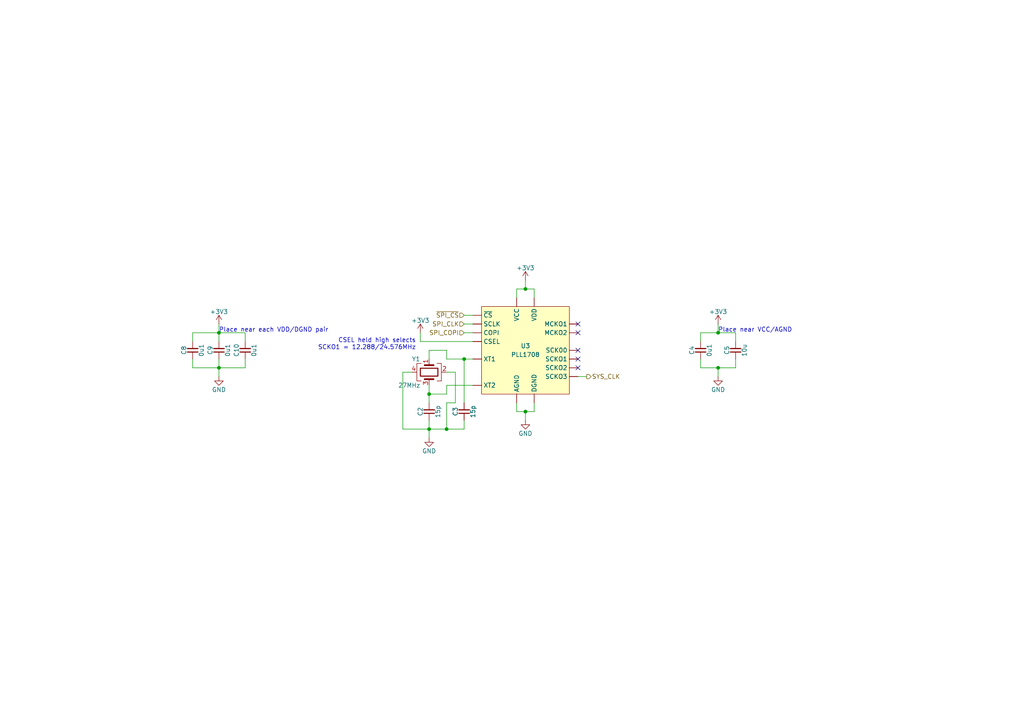
<source format=kicad_sch>
(kicad_sch (version 20211123) (generator eeschema)
  (paper "A4")
  (lib_symbols
    (symbol "DX-MON:PLL1708" (pin_numbers hide)
      (property "Reference" "U" (at 0 1.27 0))
      (property "Value" "PLL1708" (at 0 -1.27 0))
      (symbol "PLL1708_0_1"
        (rectangle (start -12.7 12.7) (end 12.7 -12.7) (stroke (width 0.1524)) (fill (type background)))
      )
      (symbol "PLL1708_1_1"
        (pin power_in line (at 2.54 15.24 270) (length 2.54) (name "VDD") (number "1"))
        (pin input line (at -15.24 -2.54 0) (length 2.54) (name "XT1") (number "10"))
        (pin output line (at -15.24 -10.16 0) (length 2.54) (name "XT2") (number "11"))
        (pin input line (at -15.24 2.54 0) (length 2.54) (name "CSEL") (number "12"))
        (pin power_in line (at 2.54 15.24 270) (length 2.54) hide (name "VDD") (number "13"))
        (pin output line (at 15.24 7.62 180) (length 2.54) (name "MCKO1") (number "14"))
        (pin output line (at 15.24 5.08 180) (length 2.54) (name "MCKO2") (number "15"))
        (pin power_in line (at 2.54 -15.24 90) (length 2.54) hide (name "DGND") (number "16"))
        (pin power_in line (at 2.54 -15.24 90) (length 2.54) hide (name "DGND") (number "17"))
        (pin output line (at 15.24 0 180) (length 2.54) (name "SCK00") (number "18"))
        (pin output line (at 15.24 -2.54 180) (length 2.54) (name "SCKO1") (number "19"))
        (pin output line (at 15.24 -5.08 180) (length 2.54) (name "SCKO2") (number "2"))
        (pin power_in line (at 2.54 15.24 270) (length 2.54) hide (name "VDD") (number "20"))
        (pin output line (at 15.24 -7.62 180) (length 2.54) (name "SCKO3") (number "3"))
        (pin power_in line (at 2.54 -15.24 90) (length 2.54) (name "DGND") (number "4"))
        (pin input line (at -15.24 5.08 0) (length 2.54) (name "COPI") (number "5"))
        (pin input line (at -15.24 7.62 0) (length 2.54) (name "SCLK") (number "6"))
        (pin input line (at -15.24 10.16 0) (length 2.54) (name "~{CS}") (number "7"))
        (pin power_in line (at -2.54 15.24 270) (length 2.54) (name "VCC") (number "8"))
        (pin power_in line (at -2.54 -15.24 90) (length 2.54) (name "AGND") (number "9"))
      )
    )
    (symbol "Device:C_Small" (pin_numbers hide) (pin_names (offset 0.254) hide)
      (property "Reference" "C" (at 0.254 1.778 0))
      (property "Value" "C_Small" (at 0.254 -2.032 0))
      (symbol "C_Small_0_1"
        (polyline (pts (xy -1.524 -0.508) (xy 1.524 -0.508)) (stroke (width 0.3302)))
        (polyline (pts (xy -1.524 0.508) (xy 1.524 0.508)) (stroke (width 0.3048)))
      )
      (symbol "C_Small_1_1"
        (pin passive line (at 0 2.54 270) (length 2.032) (name "~") (number "1"))
        (pin passive line (at 0 -2.54 90) (length 2.032) (name "~") (number "2"))
      )
    )
    (symbol "Device:Crystal_GND24" (pin_names (offset 1.016) hide)
      (property "Reference" "Y" (at 3.175 5.08 0))
      (property "Value" "Crystal_GND24" (at 3.175 3.175 0))
      (symbol "Crystal_GND24_0_1"
        (rectangle (start -1.143 2.54) (end 1.143 -2.54) (stroke (width 0.3048)))
        (polyline (pts (xy -2.54 0) (xy -2.032 0)))
        (polyline (pts (xy -2.032 -1.27) (xy -2.032 1.27)) (stroke (width 0.508)))
        (polyline (pts (xy 0 -3.81) (xy 0 -3.556)))
        (polyline (pts (xy 0 3.556) (xy 0 3.81)))
        (polyline (pts (xy 2.032 -1.27) (xy 2.032 1.27)) (stroke (width 0.508)))
        (polyline (pts (xy 2.032 0) (xy 2.54 0)))
        (polyline (pts (xy -2.54 -2.286) (xy -2.54 -3.556) (xy 2.54 -3.556) (xy 2.54 -2.286)))
        (polyline (pts (xy -2.54 2.286) (xy -2.54 3.556) (xy 2.54 3.556) (xy 2.54 2.286)))
      )
      (symbol "Crystal_GND24_1_1"
        (pin passive line (at -3.81 0 0) (length 1.27) (name "1") (number "1"))
        (pin passive line (at 0 5.08 270) (length 1.27) (name "2") (number "2"))
        (pin passive line (at 3.81 0 180) (length 1.27) (name "3") (number "3"))
        (pin passive line (at 0 -5.08 90) (length 1.27) (name "4") (number "4"))
      )
    )
    (symbol "power:+3V3" (power) (pin_names (offset 0))
      (property "Value" "+3V3" (at 0 3.556 0))
      (symbol "+3V3_0_1"
        (polyline (pts (xy -0.762 1.27) (xy 0 2.54)))
        (polyline (pts (xy 0 0) (xy 0 2.54)))
        (polyline (pts (xy 0 2.54) (xy 0.762 1.27)))
      )
      (symbol "+3V3_1_1"
        (pin power_in line (at 0 0 90) (length 0) hide (name "+3V3") (number "1"))
      )
    )
    (symbol "power:GND" (power) (pin_names (offset 0))
      (property "Value" "GND" (at 0 -3.81 0))
      (symbol "GND_0_1"
        (polyline (pts (xy 0 0) (xy 0 -1.27) (xy 1.27 -1.27) (xy 0 -2.54) (xy -1.27 -1.27) (xy 0 -1.27)))
      )
      (symbol "GND_1_1"
        (pin power_in line (at 0 0 270) (length 0) hide (name "GND") (number "1"))
      )
    )
  )
  (junction (at 208.28 106.68))
  (junction (at 134.62 104.14))
  (junction (at 152.4 83.82))
  (junction (at 129.54 124.46))
  (junction (at 124.46 114.3))
  (junction (at 124.46 124.46))
  (junction (at 63.5 96.52))
  (junction (at 152.4 119.38))
  (junction (at 63.5 106.68))
  (junction (at 208.28 96.52))
  (no_connect (at 167.64 106.68))
  (no_connect (at 167.64 104.14))
  (no_connect (at 167.64 101.6))
  (no_connect (at 167.64 96.52))
  (no_connect (at 167.64 93.98))
  (wire (pts (xy 134.62 116.84) (xy 134.62 104.14)))
  (wire (pts (xy 208.28 93.98) (xy 208.28 96.52)))
  (wire (pts (xy 129.54 114.3) (xy 124.46 114.3)))
  (wire (pts (xy 129.54 101.6) (xy 129.54 104.14)))
  (wire (pts (xy 167.64 109.22) (xy 170.18 109.22)))
  (wire (pts (xy 152.4 83.82) (xy 154.94 83.82)))
  (wire (pts (xy 134.62 104.14) (xy 137.16 104.14)))
  (wire (pts (xy 129.54 111.76) (xy 129.54 114.3)))
  (wire (pts (xy 119.38 107.95) (xy 116.84 107.95)))
  (wire (pts (xy 121.92 99.06) (xy 137.16 99.06)))
  (wire (pts (xy 137.16 96.52) (xy 134.62 96.52)))
  (wire (pts (xy 116.84 107.95) (xy 116.84 124.46)))
  (wire (pts (xy 124.46 124.46) (xy 124.46 127)))
  (wire (pts (xy 71.12 104.14) (xy 71.12 106.68)))
  (wire (pts (xy 203.2 106.68) (xy 208.28 106.68)))
  (wire (pts (xy 129.54 124.46) (xy 124.46 124.46)))
  (wire (pts (xy 55.88 96.52) (xy 63.5 96.52)))
  (wire (pts (xy 129.54 104.14) (xy 134.62 104.14)))
  (wire (pts (xy 124.46 104.14) (xy 124.46 101.6)))
  (wire (pts (xy 129.54 107.95) (xy 132.08 107.95)))
  (wire (pts (xy 213.36 99.06) (xy 213.36 96.52)))
  (wire (pts (xy 129.54 116.84) (xy 129.54 124.46)))
  (wire (pts (xy 116.84 124.46) (xy 124.46 124.46)))
  (wire (pts (xy 124.46 121.92) (xy 124.46 124.46)))
  (wire (pts (xy 121.92 99.06) (xy 121.92 96.52)))
  (wire (pts (xy 124.46 116.84) (xy 124.46 114.3)))
  (wire (pts (xy 55.88 99.06) (xy 55.88 96.52)))
  (wire (pts (xy 63.5 96.52) (xy 71.12 96.52)))
  (wire (pts (xy 208.28 96.52) (xy 213.36 96.52)))
  (wire (pts (xy 213.36 106.68) (xy 208.28 106.68)))
  (wire (pts (xy 63.5 104.14) (xy 63.5 106.68)))
  (wire (pts (xy 132.08 116.84) (xy 129.54 116.84)))
  (wire (pts (xy 137.16 111.76) (xy 129.54 111.76)))
  (wire (pts (xy 134.62 121.92) (xy 134.62 124.46)))
  (wire (pts (xy 71.12 106.68) (xy 63.5 106.68)))
  (wire (pts (xy 149.86 116.84) (xy 149.86 119.38)))
  (wire (pts (xy 124.46 114.3) (xy 124.46 111.76)))
  (wire (pts (xy 149.86 83.82) (xy 152.4 83.82)))
  (wire (pts (xy 213.36 104.14) (xy 213.36 106.68)))
  (wire (pts (xy 152.4 81.28) (xy 152.4 83.82)))
  (wire (pts (xy 134.62 93.98) (xy 137.16 93.98)))
  (wire (pts (xy 55.88 104.14) (xy 55.88 106.68)))
  (wire (pts (xy 134.62 124.46) (xy 129.54 124.46)))
  (wire (pts (xy 208.28 106.68) (xy 208.28 109.22)))
  (wire (pts (xy 137.16 91.44) (xy 134.62 91.44)))
  (wire (pts (xy 132.08 107.95) (xy 132.08 116.84)))
  (wire (pts (xy 154.94 116.84) (xy 154.94 119.38)))
  (wire (pts (xy 149.86 119.38) (xy 152.4 119.38)))
  (wire (pts (xy 124.46 101.6) (xy 129.54 101.6)))
  (wire (pts (xy 55.88 106.68) (xy 63.5 106.68)))
  (wire (pts (xy 154.94 119.38) (xy 152.4 119.38)))
  (wire (pts (xy 152.4 119.38) (xy 152.4 121.92)))
  (wire (pts (xy 203.2 96.52) (xy 208.28 96.52)))
  (wire (pts (xy 63.5 106.68) (xy 63.5 109.22)))
  (wire (pts (xy 154.94 83.82) (xy 154.94 86.36)))
  (wire (pts (xy 203.2 99.06) (xy 203.2 96.52)))
  (wire (pts (xy 149.86 86.36) (xy 149.86 83.82)))
  (wire (pts (xy 63.5 99.06) (xy 63.5 96.52)))
  (wire (pts (xy 203.2 104.14) (xy 203.2 106.68)))
  (wire (pts (xy 63.5 93.98) (xy 63.5 96.52)))
  (wire (pts (xy 71.12 99.06) (xy 71.12 96.52)))
  (text "CSEL held high selects\nSCKO1 = 12.288/24.576MHz" (at 120.65 101.6 180) (effects (font (size 1.27 1.27)) (justify right bottom)))
  (text "Place near VCC/AGND" (at 208.28 96.52 0) (effects (font (size 1.27 1.27)) (justify left bottom)))
  (text "Place near each VDD/DGND pair" (at 63.5 96.52 0) (effects (font (size 1.27 1.27)) (justify left bottom)))
  (hierarchical_label "SPI_CLK" (shape input) (at 134.62 93.98 180))
  (hierarchical_label "SYS_CLK" (shape output) (at 170.18 109.22 0))
  (hierarchical_label "SPI_COPI" (shape input) (at 134.62 96.52 180))
  (hierarchical_label "~{SPI_CS}" (shape input) (at 134.62 91.44 180))
  (symbol (lib_id "power:GND") (at 152.4 121.92 0) (unit 1)
    (property "Reference" "#PWR0109" (effects hide))
    (property "Value" "GND" (at 152.4 125.73 0))
  )
  (symbol (lib_id "power:+3V3") (at 63.5 93.98 0) (unit 1)
    (property "Reference" "#PWR09" (effects hide))
    (property "Value" "+3V3" (at 63.5 90.424 0))
  )
  (symbol (lib_id "Device:C_Small") (at 55.88 101.6 180) (unit 1)
    (property "Reference" "C8" (at 53.34 101.6 90))
    (property "Value" "0u1" (at 58.42 101.6 90))
    (property "Footprint" "rhais_rcl:C0603" (effects hide))
    (property "Datasheet" "https://product.tdk.com/system/files/dam/doc/product/capacitor/ceramic/mlcc/catalog/mlcc_automotive_general_en.pdf" (effects hide))
    (property "OC_FARNELL" "2310559" (effects hide))
    (property "URL_FARNELL" "https://uk.farnell.com/multicomp/mc0603b104j250ct/cap-0-1-f-25v-5-x7r-0603-reel/dp/2310559" (effects hide))
    (property "MFR" "TDK Corporation" (effects hide))
    (property "MPN" "CGA3E2X7R1E104K080AA" (effects hide))
    (property "OC_DIGIKEY" "445-5667-1-ND" (effects hide))
    (property "URL_DIGIKEY" "https://www.digikey.com/en/products/detail/tdk-corporation/CGA3E2X7R1E104K080AA/2443145" (effects hide))
  )
  (symbol (lib_id "power:GND") (at 124.46 127 0) (unit 1)
    (property "Reference" "#PWR0110" (effects hide))
    (property "Value" "GND" (at 124.46 130.81 0))
  )
  (symbol (lib_id "power:+3V3") (at 208.28 93.98 0) (unit 1)
    (property "Reference" "#PWR0106" (effects hide))
    (property "Value" "+3V3" (at 208.28 90.424 0))
  )
  (symbol (lib_id "Device:C_Small") (at 71.12 101.6 180) (unit 1)
    (property "Reference" "C10" (at 68.58 101.6 90))
    (property "Value" "0u1" (at 73.66 101.6 90))
    (property "Footprint" "rhais_rcl:C0603" (effects hide))
    (property "Datasheet" "https://product.tdk.com/system/files/dam/doc/product/capacitor/ceramic/mlcc/catalog/mlcc_automotive_general_en.pdf" (effects hide))
    (property "OC_FARNELL" "2310559" (effects hide))
    (property "URL_FARNELL" "https://uk.farnell.com/multicomp/mc0603b104j250ct/cap-0-1-f-25v-5-x7r-0603-reel/dp/2310559" (effects hide))
    (property "MFR" "TDK Corporation" (effects hide))
    (property "MPN" "CGA3E2X7R1E104K080AA" (effects hide))
    (property "OC_DIGIKEY" "445-5667-1-ND" (effects hide))
    (property "URL_DIGIKEY" "https://www.digikey.com/en/products/detail/tdk-corporation/CGA3E2X7R1E104K080AA/2443145" (effects hide))
  )
  (symbol (lib_id "Device:C_Small") (at 134.62 119.38 180) (unit 1)
    (property "Reference" "C3" (at 132.08 119.38 90))
    (property "Value" "15p" (at 137.16 119.38 90))
    (property "Footprint" "rhais_rcl:C0603" (effects hide))
    (property "Datasheet" "https://datasheets.kyocera-avx.com/C0GNP0-Dielectric.pdf" (effects hide))
    (property "MFR" "Kyocera AVX" (effects hide))
    (property "MPN" "06035A150JAT4A" (effects hide))
    (property "OC_DIGIKEY" "478-10677-1-ND" (effects hide))
    (property "URL_DIGIKEY" "https://www.digikey.com/en/products/detail/kyocera-avx/06035A150JAT4A/7536049" (effects hide))
  )
  (symbol (lib_id "Device:C_Small") (at 124.46 119.38 180) (unit 1)
    (property "Reference" "C2" (at 121.92 119.38 90))
    (property "Value" "15p" (at 127 119.38 90))
    (property "Footprint" "rhais_rcl:C0603" (effects hide))
    (property "Datasheet" "https://datasheets.kyocera-avx.com/C0GNP0-Dielectric.pdf" (effects hide))
    (property "MFR" "Kyocera AVX" (effects hide))
    (property "MPN" "06035A150JAT4A" (effects hide))
    (property "OC_DIGIKEY" "478-10677-1-ND" (effects hide))
    (property "URL_DIGIKEY" "https://www.digikey.com/en/products/detail/kyocera-avx/06035A150JAT4A/7536049" (effects hide))
  )
  (symbol (lib_id "Device:Crystal_GND24") (at 124.46 107.95 270) (unit 1)
    (property "Reference" "Y1" (at 121.92 104.14 90) (effects (justify right)))
    (property "Value" "27MHz" (at 121.92 111.76 90) (effects (justify right)))
    (property "Footprint" "rhais_osc:SMD3225" (effects hide))
    (property "Datasheet" "http://www.txccrystal.com/images/pdf/7v.pdf" (effects hide))
    (property "MFR" "TXC" (effects hide))
    (property "MPN" "7V-27.000MDDQ-T" (effects hide))
    (property "OC_DIGIKEY" "887-7V-27.000MDDQ-TCT-ND" (effects hide))
    (property "URL_DIGIKEY" "https://www.digikey.com/en/products/detail/txc-corporation/7V-27-000MDDQ-T/11587565" (effects hide))
  )
  (symbol (lib_id "power:+3V3") (at 152.4 81.28 0) (unit 1)
    (property "Reference" "#PWR0108" (effects hide))
    (property "Value" "+3V3" (at 152.4 77.724 0))
  )
  (symbol (lib_id "DX-MON:PLL1708") (at 152.4 101.6 0) (unit 1)
    (property "Reference" "U3" (at 152.4 100.33 0))
    (property "Value" "PLL1708" (at 152.4 102.87 0))
    (property "Footprint" "rhais_package-smd:SSOP-20_3.9x8.7mm_P0.635mm" (effects hide))
    (property "Datasheet" "https://www.ti.com/lit/ds/symlink/pll1707.pdf" (effects hide))
    (property "MFR" "Texas Instruments" (effects hide))
    (property "MPN" "PLL1708DBQ" (effects hide))
    (property "OC_DIGIKEY" "296-14183-5-ND" (effects hide))
    (property "URL_DIGIKEY" "https://www.digikey.com/en/products/detail/texas-instruments/PLL1708DBQ/526013" (effects hide))
  )
  (symbol (lib_id "Device:C_Small") (at 203.2 101.6 180) (unit 1)
    (property "Reference" "C4" (at 200.66 101.6 90))
    (property "Value" "0u1" (at 205.74 101.6 90))
    (property "Footprint" "rhais_rcl:C0603" (effects hide))
    (property "Datasheet" "https://product.tdk.com/system/files/dam/doc/product/capacitor/ceramic/mlcc/catalog/mlcc_automotive_general_en.pdf" (effects hide))
    (property "OC_FARNELL" "2310559" (effects hide))
    (property "URL_FARNELL" "https://uk.farnell.com/multicomp/mc0603b104j250ct/cap-0-1-f-25v-5-x7r-0603-reel/dp/2310559" (effects hide))
    (property "MFR" "TDK Corporation" (effects hide))
    (property "MPN" "CGA3E2X7R1E104K080AA" (effects hide))
    (property "OC_DIGIKEY" "445-5667-1-ND" (effects hide))
    (property "URL_DIGIKEY" "https://www.digikey.com/en/products/detail/tdk-corporation/CGA3E2X7R1E104K080AA/2443145" (effects hide))
  )
  (symbol (lib_id "power:GND") (at 208.28 109.22 0) (unit 1)
    (property "Reference" "#PWR0107" (effects hide))
    (property "Value" "GND" (at 208.28 113.03 0))
  )
  (symbol (lib_id "power:GND") (at 63.5 109.22 0) (unit 1)
    (property "Reference" "#PWR010" (effects hide))
    (property "Value" "GND" (at 63.5 113.03 0))
  )
  (symbol (lib_id "Device:C_Small") (at 213.36 101.6 180) (unit 1)
    (property "Reference" "C5" (at 210.82 101.6 90))
    (property "Value" "10u" (at 215.9 101.6 90))
    (property "Footprint" "rhais_rcl:C0603" (effects hide))
    (property "Datasheet" "https://search.murata.co.jp/Ceramy/image/img/A01X/G101/ENG/GRM188R61E106KA73-01.pdf" (effects hide))
    (property "MFR" "muRata" (effects hide))
    (property "MPN" "GRM188R61E106KA73D" (effects hide))
    (property "OC_DIGIKEY" "490-18214-1-ND" (effects hide))
    (property "URL_DIGIKEY" "https://www.digikey.com/en/products/detail/murata-electronics/GRM188R61E106KA73D/9867922" (effects hide))
  )
  (symbol (lib_id "Device:C_Small") (at 63.5 101.6 180) (unit 1)
    (property "Reference" "C9" (at 60.96 101.6 90))
    (property "Value" "0u1" (at 66.04 101.6 90))
    (property "Footprint" "rhais_rcl:C0603" (effects hide))
    (property "Datasheet" "https://product.tdk.com/system/files/dam/doc/product/capacitor/ceramic/mlcc/catalog/mlcc_automotive_general_en.pdf" (effects hide))
    (property "OC_FARNELL" "2310559" (effects hide))
    (property "URL_FARNELL" "https://uk.farnell.com/multicomp/mc0603b104j250ct/cap-0-1-f-25v-5-x7r-0603-reel/dp/2310559" (effects hide))
    (property "MFR" "TDK Corporation" (effects hide))
    (property "MPN" "CGA3E2X7R1E104K080AA" (effects hide))
    (property "OC_DIGIKEY" "445-5667-1-ND" (effects hide))
    (property "URL_DIGIKEY" "https://www.digikey.com/en/products/detail/tdk-corporation/CGA3E2X7R1E104K080AA/2443145" (effects hide))
  )
  (symbol (lib_id "power:+3V3") (at 121.92 96.52 0) (unit 1)
    (property "Reference" "#PWR0117" (effects hide))
    (property "Value" "+3V3" (at 121.92 92.964 0))
  )
)
</source>
